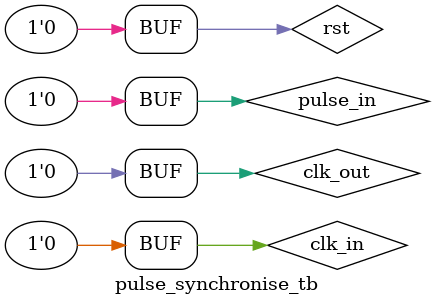
<source format=v>
module pulse_synchronise_tb();
 reg clk_in;
 reg clk_out;
 reg pulse_in;
 reg rst;
 wire pulse_out;
 pulse_synchronise DUT0(
     .clk_in(clk_in),
     .clk_out(clk_out),
     .rst(rst),
     .pulse_in(pulse_in),
     .pulse_out(pulse_out)
     );
 initial begin
  $dumpfile("snychronise.dump");
  $dumpvars(0,pulse_synchronise);
 end
 initial begin
  clk_in=0;
  repeat(200) #10 clk_in=~clk_in;
  repeat(100) #20 clk_in=~clk_in;
 end
 initial begin
  clk_out=0;
  repeat(100) #20 clk_out=~clk_out;
  repeat(200) #10 clk_out=~clk_out;
 end
 initial begin
 rst=1;
 #50 rst=0;
 end
 initial begin
  pulse_in=0;
  #110 pulse_in=1;
  #20 pulse_in=0;
  #260 pulse_in=1;
  #20 pulse_in=0;
  #1650 pulse_in=1;
  #40 pulse_in=0;
  #200 pulse_in=1;
  #40 pulse_in=0;
  end
endmodule
</source>
